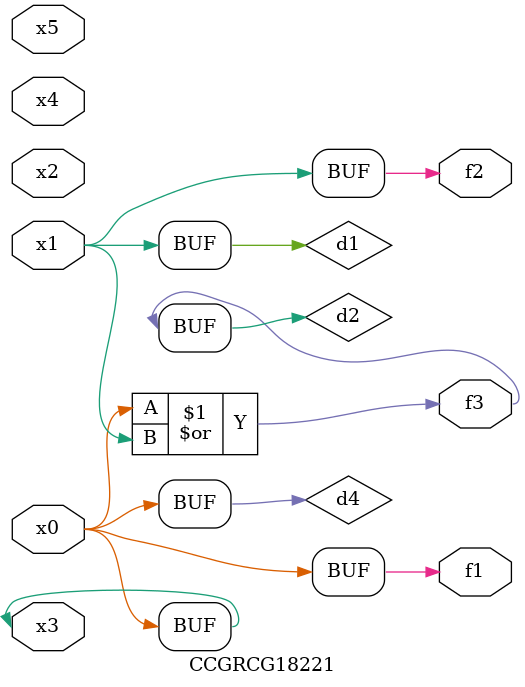
<source format=v>
module CCGRCG18221(
	input x0, x1, x2, x3, x4, x5,
	output f1, f2, f3
);

	wire d1, d2, d3, d4;

	and (d1, x1);
	or (d2, x0, x1);
	nand (d3, x0, x5);
	buf (d4, x0, x3);
	assign f1 = d4;
	assign f2 = d1;
	assign f3 = d2;
endmodule

</source>
